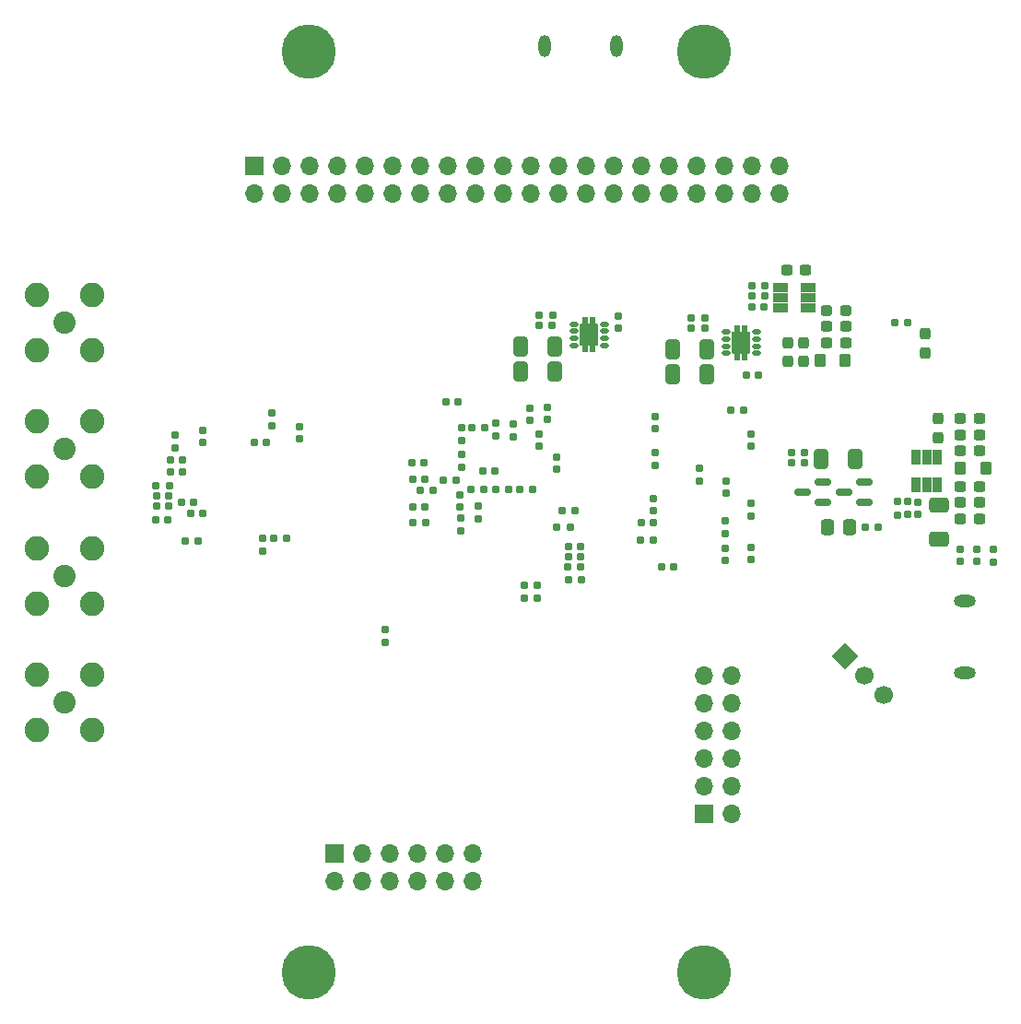
<source format=gbr>
%TF.GenerationSoftware,KiCad,Pcbnew,8.0.6*%
%TF.CreationDate,2025-01-14T20:30:26-08:00*%
%TF.ProjectId,IO_SDR_1.1,494f5f53-4452-45f3-912e-312e6b696361,rev?*%
%TF.SameCoordinates,Original*%
%TF.FileFunction,Soldermask,Bot*%
%TF.FilePolarity,Negative*%
%FSLAX46Y46*%
G04 Gerber Fmt 4.6, Leading zero omitted, Abs format (unit mm)*
G04 Created by KiCad (PCBNEW 8.0.6) date 2025-01-14 20:30:26*
%MOMM*%
%LPD*%
G01*
G04 APERTURE LIST*
G04 Aperture macros list*
%AMRoundRect*
0 Rectangle with rounded corners*
0 $1 Rounding radius*
0 $2 $3 $4 $5 $6 $7 $8 $9 X,Y pos of 4 corners*
0 Add a 4 corners polygon primitive as box body*
4,1,4,$2,$3,$4,$5,$6,$7,$8,$9,$2,$3,0*
0 Add four circle primitives for the rounded corners*
1,1,$1+$1,$2,$3*
1,1,$1+$1,$4,$5*
1,1,$1+$1,$6,$7*
1,1,$1+$1,$8,$9*
0 Add four rect primitives between the rounded corners*
20,1,$1+$1,$2,$3,$4,$5,0*
20,1,$1+$1,$4,$5,$6,$7,0*
20,1,$1+$1,$6,$7,$8,$9,0*
20,1,$1+$1,$8,$9,$2,$3,0*%
%AMHorizOval*
0 Thick line with rounded ends*
0 $1 width*
0 $2 $3 position (X,Y) of the first rounded end (center of the circle)*
0 $4 $5 position (X,Y) of the second rounded end (center of the circle)*
0 Add line between two ends*
20,1,$1,$2,$3,$4,$5,0*
0 Add two circle primitives to create the rounded ends*
1,1,$1,$2,$3*
1,1,$1,$4,$5*%
%AMRotRect*
0 Rectangle, with rotation*
0 The origin of the aperture is its center*
0 $1 length*
0 $2 width*
0 $3 Rotation angle, in degrees counterclockwise*
0 Add horizontal line*
21,1,$1,$2,0,0,$3*%
G04 Aperture macros list end*
%ADD10C,0.000000*%
%ADD11RotRect,1.700000X1.700000X45.000000*%
%ADD12HorizOval,1.700000X0.000000X0.000000X0.000000X0.000000X0*%
%ADD13C,2.050000*%
%ADD14C,2.250000*%
%ADD15C,5.000000*%
%ADD16R,1.700000X1.700000*%
%ADD17O,1.700000X1.700000*%
%ADD18O,2.004000X1.104000*%
%ADD19O,1.104000X2.004000*%
%ADD20RoundRect,0.155000X0.212500X0.155000X-0.212500X0.155000X-0.212500X-0.155000X0.212500X-0.155000X0*%
%ADD21RoundRect,0.155000X0.155000X-0.212500X0.155000X0.212500X-0.155000X0.212500X-0.155000X-0.212500X0*%
%ADD22RoundRect,0.160000X-0.197500X-0.160000X0.197500X-0.160000X0.197500X0.160000X-0.197500X0.160000X0*%
%ADD23RoundRect,0.155000X-0.155000X0.212500X-0.155000X-0.212500X0.155000X-0.212500X0.155000X0.212500X0*%
%ADD24RoundRect,0.160000X0.197500X0.160000X-0.197500X0.160000X-0.197500X-0.160000X0.197500X-0.160000X0*%
%ADD25RoundRect,0.150000X0.587500X0.150000X-0.587500X0.150000X-0.587500X-0.150000X0.587500X-0.150000X0*%
%ADD26RoundRect,0.237500X0.300000X0.237500X-0.300000X0.237500X-0.300000X-0.237500X0.300000X-0.237500X0*%
%ADD27RoundRect,0.250000X0.412500X0.650000X-0.412500X0.650000X-0.412500X-0.650000X0.412500X-0.650000X0*%
%ADD28RoundRect,0.237500X-0.237500X0.300000X-0.237500X-0.300000X0.237500X-0.300000X0.237500X0.300000X0*%
%ADD29RoundRect,0.160000X0.160000X-0.197500X0.160000X0.197500X-0.160000X0.197500X-0.160000X-0.197500X0*%
%ADD30RoundRect,0.054880X-0.337120X0.652120X-0.337120X-0.652120X0.337120X-0.652120X0.337120X0.652120X0*%
%ADD31RoundRect,0.250000X-0.275000X-0.350000X0.275000X-0.350000X0.275000X0.350000X-0.275000X0.350000X0*%
%ADD32RoundRect,0.237500X-0.300000X-0.237500X0.300000X-0.237500X0.300000X0.237500X-0.300000X0.237500X0*%
%ADD33RoundRect,0.160000X-0.160000X0.197500X-0.160000X-0.197500X0.160000X-0.197500X0.160000X0.197500X0*%
%ADD34O,0.799999X0.499999*%
%ADD35RoundRect,0.100000X-0.750000X-0.874999X0.750000X-0.874999X0.750000X0.874999X-0.750000X0.874999X0*%
%ADD36RoundRect,0.250000X0.337500X0.475000X-0.337500X0.475000X-0.337500X-0.475000X0.337500X-0.475000X0*%
%ADD37RoundRect,0.155000X-0.212500X-0.155000X0.212500X-0.155000X0.212500X0.155000X-0.212500X0.155000X0*%
%ADD38RoundRect,0.237500X0.237500X-0.287500X0.237500X0.287500X-0.237500X0.287500X-0.237500X-0.287500X0*%
%ADD39RoundRect,0.054880X0.652120X0.337120X-0.652120X0.337120X-0.652120X-0.337120X0.652120X-0.337120X0*%
%ADD40RoundRect,0.237500X-0.237500X0.287500X-0.237500X-0.287500X0.237500X-0.287500X0.237500X0.287500X0*%
%ADD41RoundRect,0.250000X-0.650000X0.412500X-0.650000X-0.412500X0.650000X-0.412500X0.650000X0.412500X0*%
%ADD42RoundRect,0.250000X0.275000X0.350000X-0.275000X0.350000X-0.275000X-0.350000X0.275000X-0.350000X0*%
%ADD43RoundRect,0.237500X-0.287500X-0.237500X0.287500X-0.237500X0.287500X0.237500X-0.287500X0.237500X0*%
%ADD44RoundRect,0.237500X0.237500X-0.300000X0.237500X0.300000X-0.237500X0.300000X-0.237500X-0.300000X0*%
%ADD45RoundRect,0.250000X-0.412500X-0.650000X0.412500X-0.650000X0.412500X0.650000X-0.412500X0.650000X0*%
G04 APERTURE END LIST*
D10*
%TO.C,U6*%
G36*
X149143816Y-78477439D02*
G01*
X149310613Y-78477439D01*
X149310613Y-77852439D01*
X149793812Y-77852439D01*
X149793812Y-78477439D01*
X150078813Y-78477439D01*
X150078813Y-80430639D01*
X149793812Y-80430639D01*
X149793812Y-81055639D01*
X149310613Y-81055639D01*
X149310613Y-80430639D01*
X149143816Y-80430639D01*
X149143811Y-81055639D01*
X148660612Y-81055639D01*
X148660617Y-80430639D01*
X148375611Y-80430639D01*
X148375611Y-78477439D01*
X148660617Y-78477439D01*
X148660612Y-77852439D01*
X149143811Y-77852439D01*
X149143816Y-78477439D01*
G37*
%TO.C,U5*%
G36*
X163118075Y-79208443D02*
G01*
X163284872Y-79208443D01*
X163284872Y-78583443D01*
X163768071Y-78583443D01*
X163768071Y-79208443D01*
X164053072Y-79208443D01*
X164053072Y-81161643D01*
X163768071Y-81161643D01*
X163768071Y-81786643D01*
X163284872Y-81786643D01*
X163284872Y-81161643D01*
X163118075Y-81161643D01*
X163118070Y-81786643D01*
X162634871Y-81786643D01*
X162634876Y-81161643D01*
X162349870Y-81161643D01*
X162349870Y-79208443D01*
X162634876Y-79208443D01*
X162634871Y-78583443D01*
X163118070Y-78583443D01*
X163118075Y-79208443D01*
G37*
%TD*%
D11*
%TO.C,J3*%
X172720000Y-108966000D03*
D12*
X174516051Y-110762051D03*
X176312102Y-112558102D03*
%TD*%
D13*
%TO.C,J11*%
X101015800Y-78333600D03*
D14*
X103555800Y-75793600D03*
X98475800Y-75793600D03*
X103555800Y-80873600D03*
X98475800Y-80873600D03*
%TD*%
D15*
%TO.C,H2*%
X159766000Y-53454396D03*
%TD*%
%TO.C,H4*%
X123516000Y-138024396D03*
%TD*%
%TO.C,H3*%
X159766000Y-138024396D03*
%TD*%
D16*
%TO.C,J6*%
X159820000Y-123500000D03*
D17*
X162360000Y-123500000D03*
X159820000Y-120960000D03*
X162360000Y-120960000D03*
X159820000Y-118420001D03*
X162360000Y-118420000D03*
X159820000Y-115880000D03*
X162360000Y-115880000D03*
X159820000Y-113340000D03*
X162360000Y-113340000D03*
X159820000Y-110800000D03*
X162360000Y-110800000D03*
%TD*%
D18*
%TO.C,J1*%
X183725000Y-110540000D03*
X183725000Y-103940000D03*
%TD*%
D13*
%TO.C,J9*%
X101015800Y-89966800D03*
D14*
X103555800Y-87426800D03*
X98475800Y-87426800D03*
X103555800Y-92506800D03*
X98475800Y-92506800D03*
%TD*%
D13*
%TO.C,J12*%
X101020000Y-101590000D03*
D14*
X103560000Y-99050000D03*
X98480000Y-99050000D03*
X103560000Y-104130000D03*
X98480000Y-104130000D03*
%TD*%
D13*
%TO.C,J10*%
X101020000Y-113240000D03*
D14*
X103560000Y-110700000D03*
X98480000Y-110700000D03*
X103560000Y-115780000D03*
X98480000Y-115780000D03*
%TD*%
D16*
%TO.C,J4*%
X118460000Y-63930000D03*
D17*
X118460000Y-66470000D03*
X121000000Y-63930000D03*
X121000000Y-66470000D03*
X123540000Y-63930000D03*
X123540000Y-66470000D03*
X126080000Y-63930000D03*
X126080000Y-66470000D03*
X128620000Y-63930000D03*
X128620000Y-66470000D03*
X131160000Y-63930000D03*
X131160000Y-66470000D03*
X133700000Y-63930000D03*
X133700000Y-66470000D03*
X136240000Y-63930000D03*
X136240000Y-66470000D03*
X138780000Y-63930000D03*
X138780000Y-66470000D03*
X141320000Y-63930000D03*
X141320000Y-66470000D03*
X143860000Y-63930000D03*
X143860000Y-66470000D03*
X146400000Y-63930000D03*
X146400000Y-66470000D03*
X148940000Y-63930000D03*
X148940000Y-66470000D03*
X151480000Y-63930000D03*
X151480000Y-66470000D03*
X154020000Y-63930000D03*
X154020000Y-66470000D03*
X156560000Y-63930000D03*
X156560000Y-66470000D03*
X159100000Y-63930000D03*
X159100000Y-66470000D03*
X161640000Y-63930000D03*
X161640000Y-66470000D03*
X164180000Y-63930000D03*
X164180000Y-66470000D03*
X166720000Y-63930000D03*
X166720000Y-66470000D03*
%TD*%
D19*
%TO.C,J2*%
X151720629Y-52971830D03*
X145120631Y-52971830D03*
%TD*%
D16*
%TO.C,J5*%
X125860000Y-127080000D03*
D17*
X125860000Y-129620000D03*
X128400000Y-127080000D03*
X128400000Y-129620000D03*
X130939999Y-127080000D03*
X130940000Y-129620000D03*
X133480000Y-127080000D03*
X133480000Y-129620000D03*
X136020000Y-127080000D03*
X136020000Y-129620000D03*
X138560000Y-127080000D03*
X138560000Y-129620000D03*
%TD*%
D15*
%TO.C,H1*%
X123516000Y-53454396D03*
%TD*%
D20*
%TO.C,C60*%
X111921104Y-92062614D03*
X110786104Y-92062614D03*
%TD*%
D21*
%TO.C,C137*%
X164134800Y-89696100D03*
X164134800Y-88561100D03*
%TD*%
D22*
%TO.C,R42*%
X138392500Y-93620000D03*
X139587500Y-93620000D03*
%TD*%
D20*
%TO.C,C94*%
X134146084Y-95288404D03*
X133011084Y-95288404D03*
%TD*%
D23*
%TO.C,C123*%
X144490000Y-102482500D03*
X144490000Y-103617500D03*
%TD*%
D22*
%TO.C,R8*%
X158653913Y-78849059D03*
X159848913Y-78849059D03*
%TD*%
D20*
%TO.C,C95*%
X134167500Y-92690000D03*
X133032500Y-92690000D03*
%TD*%
D22*
%TO.C,R10*%
X144677153Y-78623053D03*
X145872153Y-78623053D03*
%TD*%
D20*
%TO.C,C96*%
X140597674Y-91986424D03*
X139462674Y-91986424D03*
%TD*%
D24*
%TO.C,R3*%
X175840154Y-97132854D03*
X174645154Y-97132854D03*
%TD*%
D21*
%TO.C,C132*%
X155321000Y-88070500D03*
X155321000Y-86935500D03*
%TD*%
D23*
%TO.C,C130*%
X155143204Y-94492304D03*
X155143204Y-95627304D03*
%TD*%
D22*
%TO.C,R37*%
X146722484Y-95618594D03*
X147917484Y-95618594D03*
%TD*%
D25*
%TO.C,Q1*%
X174570154Y-92952854D03*
X174570154Y-94852854D03*
X172695154Y-93902854D03*
%TD*%
D26*
%TO.C,C19*%
X185081654Y-96353246D03*
X183356654Y-96353246D03*
%TD*%
D23*
%TO.C,CA1*%
X184870000Y-99145000D03*
X184870000Y-100280000D03*
%TD*%
D27*
%TO.C,C26*%
X146079654Y-82848055D03*
X142954654Y-82848055D03*
%TD*%
D28*
%TO.C,CA10*%
X180086000Y-79376100D03*
X180086000Y-81101100D03*
%TD*%
D20*
%TO.C,C70*%
X110524114Y-96482184D03*
X109389114Y-96482184D03*
%TD*%
D29*
%TO.C,R47*%
X155321000Y-91478700D03*
X155321000Y-90283700D03*
%TD*%
D30*
%TO.C,U4*%
X179302654Y-90690746D03*
X180252654Y-90690746D03*
X181202654Y-90690746D03*
X181202654Y-93200746D03*
X180252654Y-93200746D03*
X179302654Y-93200746D03*
%TD*%
D31*
%TO.C,L5*%
X183373954Y-91684454D03*
X185673954Y-91684454D03*
%TD*%
D20*
%TO.C,C93*%
X139632514Y-88023994D03*
X138497514Y-88023994D03*
%TD*%
%TO.C,C129*%
X144026704Y-93662804D03*
X142891704Y-93662804D03*
%TD*%
D26*
%TO.C,CA2*%
X185081654Y-94883246D03*
X183356654Y-94883246D03*
%TD*%
%TO.C,C11*%
X172822500Y-78700000D03*
X171097500Y-78700000D03*
%TD*%
D32*
%TO.C,C16*%
X183356654Y-88643246D03*
X185081654Y-88643246D03*
%TD*%
D33*
%TO.C,R40*%
X137515604Y-90423734D03*
X137515604Y-91618734D03*
%TD*%
D21*
%TO.C,C14*%
X179422654Y-95950746D03*
X179422654Y-94815746D03*
%TD*%
D20*
%TO.C,C112*%
X137220574Y-85631674D03*
X136085574Y-85631674D03*
%TD*%
D22*
%TO.C,R46*%
X162267300Y-86360000D03*
X163462300Y-86360000D03*
%TD*%
D29*
%TO.C,R48*%
X159410000Y-92927500D03*
X159410000Y-91732500D03*
%TD*%
D23*
%TO.C,C17*%
X186390000Y-99175000D03*
X186390000Y-100310000D03*
%TD*%
D21*
%TO.C,C136*%
X161798000Y-94014100D03*
X161798000Y-92879100D03*
%TD*%
%TO.C,C103*%
X137494524Y-89154654D03*
X137494524Y-88019654D03*
%TD*%
D24*
%TO.C,R9*%
X159846412Y-77904057D03*
X158651412Y-77904057D03*
%TD*%
D25*
%TO.C,Q2*%
X170730154Y-92952854D03*
X170730154Y-94852854D03*
X168855154Y-93902854D03*
%TD*%
D34*
%TO.C,U6*%
X147827154Y-80428056D03*
X147827154Y-79778055D03*
X147827154Y-79128056D03*
X147827154Y-78478055D03*
X150627154Y-78478055D03*
X150627154Y-79128056D03*
X150627154Y-79778055D03*
X150627154Y-80428056D03*
D35*
X149227157Y-79453054D03*
%TD*%
D21*
%TO.C,C66*%
X111175804Y-89836084D03*
X111175804Y-88701084D03*
%TD*%
D20*
%TO.C,C24*%
X164796412Y-83194057D03*
X163661412Y-83194057D03*
%TD*%
D36*
%TO.C,C9*%
X173190154Y-97132854D03*
X171115154Y-97132854D03*
%TD*%
D27*
%TO.C,C27*%
X160013913Y-83079059D03*
X156888913Y-83079059D03*
%TD*%
D21*
%TO.C,C117*%
X143814794Y-87346884D03*
X143814794Y-86211884D03*
%TD*%
D20*
%TO.C,C128*%
X155151900Y-96723200D03*
X154016900Y-96723200D03*
%TD*%
D32*
%TO.C,C15*%
X183356654Y-90103246D03*
X185081654Y-90103246D03*
%TD*%
D20*
%TO.C,C124*%
X157006100Y-100761800D03*
X155871100Y-100761800D03*
%TD*%
%TO.C,C126*%
X155126500Y-98323400D03*
X153991500Y-98323400D03*
%TD*%
D24*
%TO.C,R41*%
X141821474Y-93637404D03*
X140626474Y-93637404D03*
%TD*%
D33*
%TO.C,RA20*%
X143306794Y-102437914D03*
X143306794Y-103632914D03*
%TD*%
D37*
%TO.C,C135*%
X147311300Y-100761800D03*
X148446300Y-100761800D03*
%TD*%
D22*
%TO.C,R4*%
X164185313Y-75893658D03*
X165380313Y-75893658D03*
%TD*%
D21*
%TO.C,C98*%
X137440000Y-97457500D03*
X137440000Y-96322500D03*
%TD*%
%TO.C,C68*%
X113715794Y-89353484D03*
X113715794Y-88218484D03*
%TD*%
%TO.C,C97*%
X137350000Y-95267500D03*
X137350000Y-94132500D03*
%TD*%
D24*
%TO.C,RA9*%
X178527500Y-78370000D03*
X177332500Y-78370000D03*
%TD*%
D38*
%TO.C,L4*%
X181272754Y-88876454D03*
X181272754Y-87126454D03*
%TD*%
D37*
%TO.C,C75*%
X120277024Y-98158594D03*
X121412024Y-98158594D03*
%TD*%
D39*
%TO.C,U3*%
X169335000Y-75090000D03*
X169335000Y-76040000D03*
X169335000Y-76990000D03*
X166825000Y-76990000D03*
X166825000Y-76040000D03*
X166825000Y-75090000D03*
%TD*%
D32*
%TO.C,C18*%
X183356654Y-87137854D03*
X185081654Y-87137854D03*
%TD*%
D20*
%TO.C,C78*%
X110607500Y-94260000D03*
X109472500Y-94260000D03*
%TD*%
D23*
%TO.C,C113*%
X161772600Y-99076700D03*
X161772600Y-100211700D03*
%TD*%
D37*
%TO.C,C104*%
X135881314Y-92799204D03*
X137016314Y-92799204D03*
%TD*%
D22*
%TO.C,R1*%
X167845300Y-90251400D03*
X169040300Y-90251400D03*
%TD*%
D20*
%TO.C,C62*%
X112937104Y-94856584D03*
X111802104Y-94856584D03*
%TD*%
D34*
%TO.C,U5*%
X161801413Y-81159060D03*
X161801413Y-80509059D03*
X161801413Y-79859060D03*
X161801413Y-79209059D03*
X164601413Y-79209059D03*
X164601413Y-79859060D03*
X164601413Y-80509059D03*
X164601413Y-81159060D03*
D35*
X163201416Y-80184058D03*
%TD*%
D20*
%TO.C,C69*%
X119617294Y-89319384D03*
X118482294Y-89319384D03*
%TD*%
D29*
%TO.C,R6*%
X178482654Y-95980746D03*
X178482654Y-94785746D03*
%TD*%
D24*
%TO.C,R11*%
X145882154Y-77668051D03*
X144687154Y-77668051D03*
%TD*%
D20*
%TO.C,C107*%
X134867500Y-93730000D03*
X133732500Y-93730000D03*
%TD*%
D21*
%TO.C,C54*%
X122631174Y-88997904D03*
X122631174Y-87862904D03*
%TD*%
D37*
%TO.C,C133*%
X147336700Y-98882200D03*
X148471700Y-98882200D03*
%TD*%
D22*
%TO.C,R2*%
X167855300Y-91211400D03*
X169050300Y-91211400D03*
%TD*%
D37*
%TO.C,C10*%
X164205313Y-76853658D03*
X165340313Y-76853658D03*
%TD*%
D20*
%TO.C,C61*%
X113777500Y-95820000D03*
X112642500Y-95820000D03*
%TD*%
D24*
%TO.C,R5*%
X165400313Y-74933658D03*
X164205313Y-74933658D03*
%TD*%
D40*
%TO.C,L2*%
X167480400Y-80157801D03*
X167480400Y-81907801D03*
%TD*%
D37*
%TO.C,C114*%
X147336700Y-99822000D03*
X148471700Y-99822000D03*
%TD*%
D24*
%TO.C,RA8*%
X113348114Y-98412614D03*
X112153114Y-98412614D03*
%TD*%
D21*
%TO.C,C127*%
X145414994Y-87219884D03*
X145414994Y-86084884D03*
%TD*%
D20*
%TO.C,C102*%
X134222284Y-96710804D03*
X133087284Y-96710804D03*
%TD*%
D21*
%TO.C,C118*%
X161772600Y-97697100D03*
X161772600Y-96562100D03*
%TD*%
%TO.C,C56*%
X120116614Y-87778704D03*
X120116614Y-86643704D03*
%TD*%
D27*
%TO.C,C23*%
X160063913Y-80749059D03*
X156938913Y-80749059D03*
%TD*%
D41*
%TO.C,C8*%
X181372654Y-95113246D03*
X181372654Y-98238246D03*
%TD*%
D23*
%TO.C,C20*%
X183380000Y-99145000D03*
X183380000Y-100280000D03*
%TD*%
D42*
%TO.C,L3*%
X172770600Y-81845601D03*
X170470600Y-81845601D03*
%TD*%
D26*
%TO.C,C12*%
X172825000Y-80194601D03*
X171100000Y-80194601D03*
%TD*%
D23*
%TO.C,C121*%
X146253194Y-90682294D03*
X146253194Y-91817294D03*
%TD*%
D27*
%TO.C,C21*%
X146059654Y-80518055D03*
X142934654Y-80518055D03*
%TD*%
D22*
%TO.C,R32*%
X109462500Y-93320200D03*
X110657500Y-93320200D03*
%TD*%
D33*
%TO.C,R43*%
X139039604Y-95198894D03*
X139039604Y-96393894D03*
%TD*%
D23*
%TO.C,C74*%
X119253004Y-98175294D03*
X119253004Y-99310294D03*
%TD*%
D21*
%TO.C,C125*%
X144653004Y-89709094D03*
X144653004Y-88574094D03*
%TD*%
D22*
%TO.C,R38*%
X146290684Y-97168014D03*
X147485684Y-97168014D03*
%TD*%
D20*
%TO.C,C92*%
X134095314Y-91224394D03*
X132960314Y-91224394D03*
%TD*%
D21*
%TO.C,C140*%
X130479814Y-107692284D03*
X130479814Y-106557284D03*
%TD*%
%TO.C,C122*%
X164160200Y-100084700D03*
X164160200Y-98949700D03*
%TD*%
D26*
%TO.C,C25*%
X185081654Y-93403246D03*
X183356654Y-93403246D03*
%TD*%
D21*
%TO.C,C22*%
X151934654Y-78845551D03*
X151934654Y-77710551D03*
%TD*%
D43*
%TO.C,L1*%
X171075800Y-77222801D03*
X172825800Y-77222801D03*
%TD*%
D20*
%TO.C,C64*%
X111921104Y-90970414D03*
X110786104Y-90970414D03*
%TD*%
D44*
%TO.C,C13*%
X168953600Y-81895301D03*
X168953600Y-80170301D03*
%TD*%
D20*
%TO.C,C79*%
X110607500Y-95199800D03*
X109472500Y-95199800D03*
%TD*%
D33*
%TO.C,R7*%
X177542654Y-94795746D03*
X177542654Y-95990746D03*
%TD*%
D45*
%TO.C,C7*%
X170570154Y-90822854D03*
X173695154Y-90822854D03*
%TD*%
D21*
%TO.C,C101*%
X140659124Y-88731114D03*
X140659124Y-87596114D03*
%TD*%
%TO.C,C131*%
X142239994Y-88820094D03*
X142239994Y-87685094D03*
%TD*%
%TO.C,C134*%
X164084000Y-96096900D03*
X164084000Y-94961900D03*
%TD*%
D22*
%TO.C,RA22*%
X147332104Y-101943214D03*
X148527104Y-101943214D03*
%TD*%
D26*
%TO.C,C6*%
X169120000Y-73530000D03*
X167395000Y-73530000D03*
%TD*%
M02*

</source>
